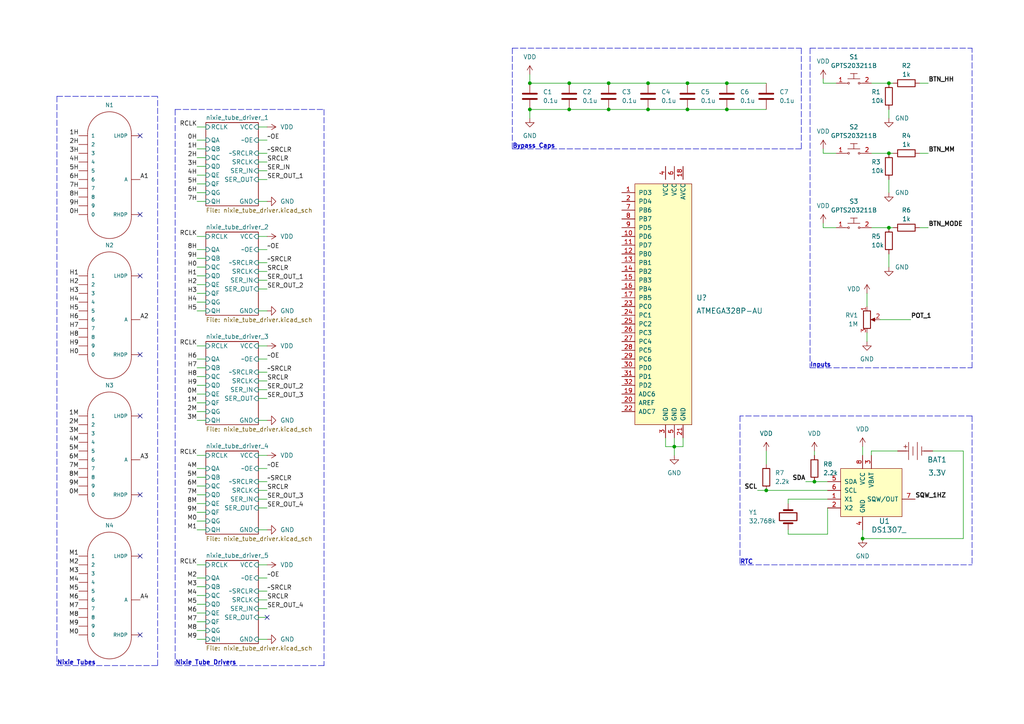
<source format=kicad_sch>
(kicad_sch (version 20211123) (generator eeschema)
  (paper "A4")
  (lib_symbols
    (symbol "Device:C" (pin_numbers hide) (pin_names (offset 0.254))
      (property "Reference" "C" (at 0.635 2.54 0))
      (property "Value" "C" (at 0.635 -2.54 0))
      (symbol "C_0_1"
        (polyline (pts (xy -2.032 -0.762) (xy 2.032 -0.762)) (stroke (width 0.508)))
        (polyline (pts (xy -2.032 0.762) (xy 2.032 0.762)) (stroke (width 0.508)))
      )
      (symbol "C_1_1"
        (pin passive line (at 0 3.81 270) (length 2.794) (name "~") (number "1"))
        (pin passive line (at 0 -3.81 90) (length 2.794) (name "~") (number "2"))
      )
    )
    (symbol "Device:Crystal" (pin_numbers hide) (pin_names (offset 1.016) hide)
      (property "Reference" "Y" (at 0 3.81 0))
      (property "Value" "Crystal" (at 0 -3.81 0))
      (symbol "Crystal_0_1"
        (rectangle (start -1.143 2.54) (end 1.143 -2.54) (stroke (width 0.3048)))
        (polyline (pts (xy -2.54 0) (xy -1.905 0)))
        (polyline (pts (xy -1.905 -1.27) (xy -1.905 1.27)) (stroke (width 0.508)))
        (polyline (pts (xy 1.905 -1.27) (xy 1.905 1.27)) (stroke (width 0.508)))
        (polyline (pts (xy 2.54 0) (xy 1.905 0)))
      )
      (symbol "Crystal_1_1"
        (pin passive line (at -3.81 0 0) (length 1.27) (name "1") (number "1"))
        (pin passive line (at 3.81 0 180) (length 1.27) (name "2") (number "2"))
      )
    )
    (symbol "Device:R" (pin_numbers hide) (pin_names (offset 0))
      (property "Reference" "R" (at 2.032 0 90))
      (property "Value" "R" (at 0 0 90))
      (symbol "R_0_1"
        (rectangle (start -1.016 -2.54) (end 1.016 2.54) (stroke (width 0.254)))
      )
      (symbol "R_1_1"
        (pin passive line (at 0 3.81 270) (length 1.27) (name "~") (number "1"))
        (pin passive line (at 0 -3.81 90) (length 1.27) (name "~") (number "2"))
      )
    )
    (symbol "Device:R_Potentiometer" (pin_names (offset 1.016) hide)
      (property "Reference" "RV" (at -4.445 0 90))
      (property "Value" "R_Potentiometer" (at -2.54 0 90))
      (symbol "R_Potentiometer_0_1"
        (polyline (pts (xy 2.54 0) (xy 1.524 0)))
        (polyline (pts (xy 1.143 0) (xy 2.286 0.508) (xy 2.286 -0.508) (xy 1.143 0)) (fill (type outline)))
        (rectangle (start 1.016 2.54) (end -1.016 -2.54) (stroke (width 0.254)))
      )
      (symbol "R_Potentiometer_1_1"
        (pin passive line (at 0 3.81 270) (length 1.27) (name "1") (number "1"))
        (pin passive line (at 3.81 0 180) (length 1.27) (name "2") (number "2"))
        (pin passive line (at 0 -3.81 90) (length 1.27) (name "3") (number "3"))
      )
    )
    (symbol "dk_Battery-Holders-Clips-Contacts:BS-7" (pin_numbers hide) (pin_names (offset 1.016))
      (property "Reference" "BAT" (at -1.27 3.81 0))
      (property "Value" "BS-7" (at -1.27 -3.81 0))
      (symbol "BS-7_1_1"
        (polyline (pts (xy 0 -2.54) (xy 0 -1.905)))
        (polyline (pts (xy 0 1.905) (xy 0 2.54)))
        (polyline (pts (xy 1.27 -1.905) (xy -1.27 -1.905)))
        (polyline (pts (xy 1.27 0.635) (xy -1.27 0.635)))
        (polyline (pts (xy 1.27 2.286) (xy 1.27 3.302)))
        (polyline (pts (xy 1.778 2.794) (xy 0.762 2.794)))
        (polyline (pts (xy 2.54 -0.635) (xy -2.54 -0.635)))
        (polyline (pts (xy 2.54 1.905) (xy -2.54 1.905)))
        (pin power_out line (at 0 -5.08 90) (length 2.54) (name "~") (number "Neg"))
        (pin power_out line (at 0 5.08 270) (length 2.54) (name "~") (number "Pos"))
      )
    )
    (symbol "dk_Clock-Timing-Real-Time-Clocks:DS1307_" (pin_names (offset 1.016))
      (property "Reference" "U" (at -8.89 7.62 0))
      (property "Value" "DS1307_" (at -1.27 -8.89 0))
      (symbol "DS1307__0_1"
        (rectangle (start -8.89 6.35) (end 8.89 -7.62) (fill (type background)))
      )
      (symbol "DS1307__1_1"
        (pin passive line (at -12.7 -2.54 0) (length 3.81) (name "X1") (number "1"))
        (pin passive line (at -12.7 -5.08 0) (length 3.81) (name "X2") (number "2"))
        (pin power_in line (at 0 10.16 270) (length 3.81) (name "VBAT") (number "3"))
        (pin power_in line (at -2.54 -11.43 90) (length 3.81) (name "GND") (number "4"))
        (pin bidirectional line (at -12.7 2.54 0) (length 3.81) (name "SDA") (number "5"))
        (pin input line (at -12.7 0 0) (length 3.81) (name "SCL") (number "6"))
        (pin output line (at 12.7 -2.54 180) (length 3.81) (name "SQW/OUT") (number "7"))
        (pin power_in line (at -2.54 10.16 270) (length 3.81) (name "VCC") (number "8"))
      )
    )
    (symbol "dk_Embedded-Microcontrollers:ATMEGA328P-AU" (pin_names (offset 1.016))
      (property "Reference" "U" (at -8.89 38.1 0))
      (property "Value" "ATMEGA328P-AU" (at 2.54 1.27 90))
      (symbol "ATMEGA328P-AU_0_1"
        (rectangle (start -8.89 35.56) (end 7.62 -34.29) (fill (type background)))
      )
      (symbol "ATMEGA328P-AU_1_1"
        (pin bidirectional line (at -12.7 33.02 0) (length 3.81) (name "PD3") (number "1"))
        (pin bidirectional line (at -12.7 20.32 0) (length 3.81) (name "PD6") (number "10"))
        (pin bidirectional line (at -12.7 17.78 0) (length 3.81) (name "PD7") (number "11"))
        (pin bidirectional line (at -12.7 15.24 0) (length 3.81) (name "PB0") (number "12"))
        (pin bidirectional line (at -12.7 12.7 0) (length 3.81) (name "PB1") (number "13"))
        (pin bidirectional line (at -12.7 10.16 0) (length 3.81) (name "PB2") (number "14"))
        (pin bidirectional line (at -12.7 7.62 0) (length 3.81) (name "PB3") (number "15"))
        (pin bidirectional line (at -12.7 5.08 0) (length 3.81) (name "PB4") (number "16"))
        (pin bidirectional line (at -12.7 2.54 0) (length 3.81) (name "PB5") (number "17"))
        (pin power_in line (at 5.08 40.64 270) (length 3.81) (name "AVCC") (number "18"))
        (pin input line (at -12.7 -25.4 0) (length 3.81) (name "ADC6") (number "19"))
        (pin bidirectional line (at -12.7 30.48 0) (length 3.81) (name "PD4") (number "2"))
        (pin input line (at -12.7 -27.94 0) (length 3.81) (name "AREF") (number "20"))
        (pin power_in line (at 5.08 -38.1 90) (length 3.81) (name "GND") (number "21"))
        (pin input line (at -12.7 -30.48 0) (length 3.81) (name "ADC7") (number "22"))
        (pin bidirectional line (at -12.7 0 0) (length 3.81) (name "PC0") (number "23"))
        (pin bidirectional line (at -12.7 -2.54 0) (length 3.81) (name "PC1") (number "24"))
        (pin bidirectional line (at -12.7 -5.08 0) (length 3.81) (name "PC2") (number "25"))
        (pin bidirectional line (at -12.7 -7.62 0) (length 3.81) (name "PC3") (number "26"))
        (pin bidirectional line (at -12.7 -10.16 0) (length 3.81) (name "PC4") (number "27"))
        (pin bidirectional line (at -12.7 -12.7 0) (length 3.81) (name "PC5") (number "28"))
        (pin bidirectional line (at -12.7 -15.24 0) (length 3.81) (name "PC6") (number "29"))
        (pin power_in line (at 0 -38.1 90) (length 3.81) (name "GND") (number "3"))
        (pin bidirectional line (at -12.7 -17.78 0) (length 3.81) (name "PD0") (number "30"))
        (pin bidirectional line (at -12.7 -20.32 0) (length 3.81) (name "PD1") (number "31"))
        (pin bidirectional line (at -12.7 -22.86 0) (length 3.81) (name "PD2") (number "32"))
        (pin power_in line (at 0 40.64 270) (length 3.81) (name "VCC") (number "4"))
        (pin power_in line (at 2.54 -38.1 90) (length 3.81) (name "GND") (number "5"))
        (pin power_in line (at 2.54 40.64 270) (length 3.81) (name "VCC") (number "6"))
        (pin bidirectional line (at -12.7 27.94 0) (length 3.81) (name "PB6") (number "7"))
        (pin bidirectional line (at -12.7 25.4 0) (length 3.81) (name "PB7") (number "8"))
        (pin bidirectional line (at -12.7 22.86 0) (length 3.81) (name "PD5") (number "9"))
      )
    )
    (symbol "dk_Pushbutton-Switches:GPTS203211B" (pin_names (offset 1.016))
      (property "Reference" "S" (at -3.81 3.81 0))
      (property "Value" "GPTS203211B" (at 0 -2.54 0))
      (symbol "GPTS203211B_0_1"
        (circle (center -1.524 0) (radius 0.254))
        (polyline (pts (xy -2.54 0) (xy -1.778 0)))
        (polyline (pts (xy -1.778 1.27) (xy 1.778 1.27)))
        (polyline (pts (xy -1.016 2.794) (xy 1.016 2.794)))
        (polyline (pts (xy 0 1.27) (xy 0 2.794)))
        (polyline (pts (xy 2.54 0) (xy 1.778 0)))
        (circle (center 1.524 0) (radius 0.254))
      )
      (symbol "GPTS203211B_1_1"
        (pin passive line (at -5.08 0 0) (length 2.54) (name "~") (number "1"))
        (pin passive line (at 5.08 0 180) (length 2.54) (name "~") (number "2"))
      )
    )
    (symbol "nixies-us:IN-14" (pin_numbers hide) (pin_names (offset 1.016))
      (property "Reference" "N" (at -2.54 18.415 0))
      (symbol "IN-14_1_0"
        (polyline (pts (xy -5.08 -13.335) (xy -5.08 10.795)))
        (polyline (pts (xy 7.62 -13.335) (xy 7.62 10.795)))
      )
      (symbol "IN-14_1_1"
        (arc (start -5.08 -13.335) (mid 1.27 -19.685) (end 7.62 -13.335))
        (arc (start 7.62 10.795) (mid 1.27 17.145) (end -5.08 10.795))
        (pin bidirectional line (at -7.62 -12.7 0) (length 2.54) (name "0") (number "0"))
        (pin bidirectional line (at -7.62 10.16 0) (length 2.54) (name "1") (number "1"))
        (pin bidirectional line (at -7.62 7.62 0) (length 2.54) (name "2") (number "2"))
        (pin bidirectional line (at -7.62 5.08 0) (length 2.54) (name "3") (number "3"))
        (pin bidirectional line (at -7.62 2.54 0) (length 2.54) (name "4") (number "4"))
        (pin bidirectional line (at -7.62 0 0) (length 2.54) (name "5") (number "5"))
        (pin bidirectional line (at -7.62 -2.54 0) (length 2.54) (name "6") (number "6"))
        (pin bidirectional line (at -7.62 -5.08 0) (length 2.54) (name "7") (number "7"))
        (pin bidirectional line (at -7.62 -7.62 0) (length 2.54) (name "8") (number "8"))
        (pin bidirectional line (at -7.62 -10.16 0) (length 2.54) (name "9") (number "9"))
        (pin bidirectional line (at 10.16 -2.54 180) (length 2.54) (name "A") (number "A"))
        (pin bidirectional line (at 10.16 10.16 180) (length 2.54) (name "LHDP") (number "LHDP"))
        (pin bidirectional line (at 10.16 -12.7 180) (length 2.54) (name "RHDP") (number "RHDP"))
      )
    )
    (symbol "power:GND" (power) (pin_names (offset 0))
      (property "Value" "GND" (at 0 -3.81 0))
      (symbol "GND_0_1"
        (polyline (pts (xy 0 0) (xy 0 -1.27) (xy 1.27 -1.27) (xy 0 -2.54) (xy -1.27 -1.27) (xy 0 -1.27)))
      )
      (symbol "GND_1_1"
        (pin power_in line (at 0 0 270) (length 0) hide (name "GND") (number "1"))
      )
    )
    (symbol "power:VDD" (power) (pin_names (offset 0))
      (property "Value" "VDD" (at 0 3.81 0))
      (symbol "VDD_0_1"
        (polyline (pts (xy -0.762 1.27) (xy 0 2.54)))
        (polyline (pts (xy 0 0) (xy 0 2.54)))
        (polyline (pts (xy 0 2.54) (xy 0.762 1.27)))
      )
      (symbol "VDD_1_1"
        (pin power_in line (at 0 0 90) (length 0) hide (name "VDD") (number "1"))
      )
    )
  )
  (junction (at 176.53 24.13))
  (junction (at 199.39 31.75))
  (junction (at 153.67 24.13))
  (junction (at 222.25 142.24))
  (junction (at 195.58 129.54))
  (junction (at 257.81 44.45))
  (junction (at 257.81 24.13))
  (junction (at 210.82 24.13))
  (junction (at 210.82 31.75))
  (junction (at 257.81 66.04))
  (junction (at 236.22 139.7))
  (junction (at 165.1 24.13))
  (junction (at 250.19 156.21))
  (junction (at 187.96 24.13))
  (junction (at 165.1 31.75))
  (junction (at 153.67 31.75))
  (junction (at 187.96 31.75))
  (junction (at 199.39 24.13))
  (junction (at 176.53 31.75))
  (no_connect (at 77.47 179.07))
  (no_connect (at 40.64 102.87))
  (no_connect (at 40.64 120.65))
  (no_connect (at 40.64 80.01))
  (no_connect (at 40.64 62.23))
  (no_connect (at 40.64 39.37))
  (no_connect (at 40.64 143.51))
  (no_connect (at 40.64 184.15))
  (no_connect (at 40.64 161.29))
  (wire (pts (xy 74.93 132.08) (xy 77.47 132.08)))
  (wire (pts (xy 210.82 31.75) (xy 222.25 31.75)))
  (wire (pts (xy 187.96 24.13) (xy 199.39 24.13)))
  (wire (pts (xy 74.93 40.64) (xy 77.47 40.64)))
  (wire (pts (xy 176.53 31.75) (xy 187.96 31.75)))
  (wire (pts (xy 195.58 129.54) (xy 195.58 132.08)))
  (polyline (pts (xy 148.59 13.97) (xy 232.41 13.97)))
  (wire (pts (xy 74.93 100.33) (xy 77.47 100.33)))
  (wire (pts (xy 57.15 68.58) (xy 59.69 68.58)))
  (wire (pts (xy 266.7 66.04) (xy 269.24 66.04)))
  (wire (pts (xy 252.73 66.04) (xy 257.81 66.04)))
  (wire (pts (xy 57.15 135.89) (xy 59.69 135.89)))
  (wire (pts (xy 252.73 130.81) (xy 252.73 132.08)))
  (polyline (pts (xy 93.98 193.04) (xy 50.8 193.04)))
  (wire (pts (xy 74.93 72.39) (xy 77.47 72.39)))
  (wire (pts (xy 57.15 55.88) (xy 59.69 55.88)))
  (wire (pts (xy 57.15 40.64) (xy 59.69 40.64)))
  (wire (pts (xy 74.93 68.58) (xy 77.47 68.58)))
  (wire (pts (xy 195.58 129.54) (xy 198.12 129.54)))
  (wire (pts (xy 74.93 173.99) (xy 77.47 173.99)))
  (wire (pts (xy 57.15 185.42) (xy 59.69 185.42)))
  (wire (pts (xy 251.46 85.09) (xy 251.46 88.9)))
  (wire (pts (xy 74.93 121.92) (xy 77.47 121.92)))
  (wire (pts (xy 257.81 73.66) (xy 257.81 77.47)))
  (wire (pts (xy 57.15 109.22) (xy 59.69 109.22)))
  (wire (pts (xy 259.08 66.04) (xy 257.81 66.04)))
  (wire (pts (xy 57.15 146.05) (xy 59.69 146.05)))
  (wire (pts (xy 250.19 153.67) (xy 250.19 156.21)))
  (wire (pts (xy 74.93 167.64) (xy 77.47 167.64)))
  (wire (pts (xy 238.76 24.13) (xy 242.57 24.13)))
  (wire (pts (xy 57.15 58.42) (xy 59.69 58.42)))
  (wire (pts (xy 57.15 106.68) (xy 59.69 106.68)))
  (wire (pts (xy 251.46 96.52) (xy 251.46 99.06)))
  (wire (pts (xy 57.15 170.18) (xy 59.69 170.18)))
  (wire (pts (xy 266.7 44.45) (xy 269.24 44.45)))
  (polyline (pts (xy 234.95 13.97) (xy 234.95 106.68)))
  (wire (pts (xy 153.67 21.59) (xy 153.67 24.13)))
  (polyline (pts (xy 16.51 27.94) (xy 16.51 193.04)))
  (wire (pts (xy 57.15 36.83) (xy 59.69 36.83)))
  (polyline (pts (xy 50.8 31.75) (xy 50.8 193.04)))
  (wire (pts (xy 260.35 130.81) (xy 252.73 130.81)))
  (wire (pts (xy 74.93 104.14) (xy 77.47 104.14)))
  (wire (pts (xy 74.93 139.7) (xy 77.47 139.7)))
  (wire (pts (xy 279.4 156.21) (xy 279.4 130.81)))
  (wire (pts (xy 153.67 31.75) (xy 153.67 34.29)))
  (wire (pts (xy 57.15 77.47) (xy 59.69 77.47)))
  (wire (pts (xy 74.93 78.74) (xy 77.47 78.74)))
  (wire (pts (xy 57.15 175.26) (xy 59.69 175.26)))
  (wire (pts (xy 74.93 176.53) (xy 77.47 176.53)))
  (wire (pts (xy 257.81 52.07) (xy 257.81 55.88)))
  (wire (pts (xy 57.15 180.34) (xy 59.69 180.34)))
  (wire (pts (xy 57.15 82.55) (xy 59.69 82.55)))
  (wire (pts (xy 257.81 31.75) (xy 257.81 34.29)))
  (wire (pts (xy 74.93 46.99) (xy 77.47 46.99)))
  (wire (pts (xy 250.19 156.21) (xy 279.4 156.21)))
  (wire (pts (xy 57.15 53.34) (xy 59.69 53.34)))
  (wire (pts (xy 240.03 154.94) (xy 240.03 147.32)))
  (wire (pts (xy 57.15 116.84) (xy 59.69 116.84)))
  (wire (pts (xy 74.93 81.28) (xy 77.47 81.28)))
  (wire (pts (xy 198.12 129.54) (xy 198.12 127)))
  (wire (pts (xy 266.7 24.13) (xy 269.24 24.13)))
  (wire (pts (xy 74.93 171.45) (xy 77.47 171.45)))
  (wire (pts (xy 74.93 44.45) (xy 77.47 44.45)))
  (wire (pts (xy 238.76 22.86) (xy 238.76 24.13)))
  (wire (pts (xy 228.6 153.67) (xy 228.6 154.94)))
  (wire (pts (xy 74.93 144.78) (xy 77.47 144.78)))
  (polyline (pts (xy 16.51 27.94) (xy 45.72 27.94)))
  (wire (pts (xy 57.15 140.97) (xy 59.69 140.97)))
  (wire (pts (xy 57.15 74.93) (xy 59.69 74.93)))
  (wire (pts (xy 74.93 113.03) (xy 77.47 113.03)))
  (wire (pts (xy 57.15 50.8) (xy 59.69 50.8)))
  (wire (pts (xy 199.39 24.13) (xy 210.82 24.13)))
  (wire (pts (xy 250.19 129.54) (xy 250.19 132.08)))
  (wire (pts (xy 57.15 132.08) (xy 59.69 132.08)))
  (wire (pts (xy 222.25 130.81) (xy 222.25 134.62)))
  (wire (pts (xy 228.6 146.05) (xy 228.6 144.78)))
  (wire (pts (xy 74.93 36.83) (xy 77.47 36.83)))
  (wire (pts (xy 74.93 163.83) (xy 77.47 163.83)))
  (wire (pts (xy 57.15 100.33) (xy 59.69 100.33)))
  (wire (pts (xy 57.15 167.64) (xy 59.69 167.64)))
  (wire (pts (xy 57.15 90.17) (xy 59.69 90.17)))
  (wire (pts (xy 57.15 151.13) (xy 59.69 151.13)))
  (wire (pts (xy 74.93 153.67) (xy 77.47 153.67)))
  (wire (pts (xy 57.15 121.92) (xy 59.69 121.92)))
  (wire (pts (xy 57.15 163.83) (xy 59.69 163.83)))
  (wire (pts (xy 57.15 85.09) (xy 59.69 85.09)))
  (wire (pts (xy 233.68 139.7) (xy 236.22 139.7)))
  (wire (pts (xy 57.15 80.01) (xy 59.69 80.01)))
  (wire (pts (xy 193.04 129.54) (xy 195.58 129.54)))
  (wire (pts (xy 57.15 72.39) (xy 59.69 72.39)))
  (polyline (pts (xy 281.94 120.65) (xy 281.94 163.83)))
  (wire (pts (xy 57.15 104.14) (xy 59.69 104.14)))
  (wire (pts (xy 252.73 44.45) (xy 257.81 44.45)))
  (polyline (pts (xy 50.8 31.75) (xy 93.98 31.75)))
  (wire (pts (xy 57.15 143.51) (xy 59.69 143.51)))
  (wire (pts (xy 228.6 144.78) (xy 240.03 144.78)))
  (wire (pts (xy 57.15 87.63) (xy 59.69 87.63)))
  (wire (pts (xy 238.76 44.45) (xy 242.57 44.45)))
  (wire (pts (xy 74.93 185.42) (xy 77.47 185.42)))
  (wire (pts (xy 57.15 111.76) (xy 59.69 111.76)))
  (wire (pts (xy 74.93 135.89) (xy 77.47 135.89)))
  (wire (pts (xy 57.15 182.88) (xy 59.69 182.88)))
  (wire (pts (xy 57.15 153.67) (xy 59.69 153.67)))
  (polyline (pts (xy 214.63 120.65) (xy 214.63 163.83)))
  (polyline (pts (xy 232.41 43.18) (xy 148.59 43.18)))
  (wire (pts (xy 252.73 24.13) (xy 257.81 24.13)))
  (polyline (pts (xy 93.98 31.75) (xy 93.98 193.04)))
  (wire (pts (xy 57.15 48.26) (xy 59.69 48.26)))
  (polyline (pts (xy 234.95 106.68) (xy 281.94 106.68)))
  (wire (pts (xy 57.15 172.72) (xy 59.69 172.72)))
  (wire (pts (xy 74.93 110.49) (xy 77.47 110.49)))
  (wire (pts (xy 74.93 107.95) (xy 77.47 107.95)))
  (wire (pts (xy 238.76 43.18) (xy 238.76 44.45)))
  (polyline (pts (xy 234.95 13.97) (xy 281.94 13.97)))
  (wire (pts (xy 165.1 24.13) (xy 176.53 24.13)))
  (wire (pts (xy 219.71 142.24) (xy 222.25 142.24)))
  (wire (pts (xy 57.15 138.43) (xy 59.69 138.43)))
  (wire (pts (xy 195.58 127) (xy 195.58 129.54)))
  (wire (pts (xy 57.15 45.72) (xy 59.69 45.72)))
  (wire (pts (xy 74.93 58.42) (xy 77.47 58.42)))
  (polyline (pts (xy 148.59 13.97) (xy 148.59 43.18)))
  (polyline (pts (xy 16.51 193.04) (xy 45.72 193.04)))
  (wire (pts (xy 238.76 64.77) (xy 238.76 66.04)))
  (wire (pts (xy 153.67 31.75) (xy 165.1 31.75)))
  (wire (pts (xy 238.76 66.04) (xy 242.57 66.04)))
  (wire (pts (xy 165.1 31.75) (xy 176.53 31.75)))
  (wire (pts (xy 176.53 24.13) (xy 187.96 24.13)))
  (wire (pts (xy 259.08 44.45) (xy 257.81 44.45)))
  (polyline (pts (xy 45.72 193.04) (xy 45.72 27.94)))
  (polyline (pts (xy 281.94 106.68) (xy 281.94 13.97)))
  (polyline (pts (xy 281.94 120.65) (xy 214.63 120.65)))
  (wire (pts (xy 187.96 31.75) (xy 199.39 31.75)))
  (wire (pts (xy 74.93 76.2) (xy 77.47 76.2)))
  (wire (pts (xy 57.15 43.18) (xy 59.69 43.18)))
  (wire (pts (xy 74.93 179.07) (xy 77.47 179.07)))
  (wire (pts (xy 279.4 130.81) (xy 270.51 130.81)))
  (polyline (pts (xy 214.63 163.83) (xy 281.94 163.83)))
  (wire (pts (xy 199.39 31.75) (xy 210.82 31.75)))
  (wire (pts (xy 57.15 119.38) (xy 59.69 119.38)))
  (wire (pts (xy 193.04 127) (xy 193.04 129.54)))
  (wire (pts (xy 57.15 148.59) (xy 59.69 148.59)))
  (wire (pts (xy 74.93 147.32) (xy 77.47 147.32)))
  (wire (pts (xy 74.93 52.07) (xy 77.47 52.07)))
  (wire (pts (xy 57.15 177.8) (xy 59.69 177.8)))
  (wire (pts (xy 222.25 142.24) (xy 240.03 142.24)))
  (wire (pts (xy 74.93 115.57) (xy 77.47 115.57)))
  (wire (pts (xy 236.22 130.81) (xy 236.22 132.08)))
  (wire (pts (xy 210.82 24.13) (xy 222.25 24.13)))
  (wire (pts (xy 74.93 142.24) (xy 77.47 142.24)))
  (wire (pts (xy 259.08 24.13) (xy 257.81 24.13)))
  (polyline (pts (xy 232.41 13.97) (xy 232.41 43.18)))
  (wire (pts (xy 74.93 90.17) (xy 77.47 90.17)))
  (wire (pts (xy 236.22 139.7) (xy 240.03 139.7)))
  (wire (pts (xy 153.67 24.13) (xy 165.1 24.13)))
  (wire (pts (xy 228.6 154.94) (xy 240.03 154.94)))
  (wire (pts (xy 57.15 114.3) (xy 59.69 114.3)))
  (wire (pts (xy 74.93 49.53) (xy 77.47 49.53)))
  (wire (pts (xy 255.27 92.71) (xy 264.16 92.71)))
  (wire (pts (xy 74.93 83.82) (xy 77.47 83.82)))
  (text "Inputs" (at 234.95 106.68 0) (effects (font (size 1.27 1.27) bold) (justify left bottom)))
  (text "Nixie Tubes" (at 16.51 193.04 0) (effects (font (size 1.27 1.27) (thickness 0.254) bold) (justify left bottom)))
  (text "Bypass Caps" (at 148.59 43.18 0) (effects (font (size 1.27 1.27) (thickness 0.254) bold) (justify left bottom)))
  (text "RTC" (at 214.63 163.83 0) (effects (font (size 1.27 1.27) (thickness 0.254) bold) (justify left bottom)))
  (text "Nixie Tube Drivers" (at 50.8 193.04 0) (effects (font (size 1.27 1.27) (thickness 0.254) bold) (justify left bottom)))
  (label "SRCLR" (at 77.47 78.74 0))
  (label "6M" (at 57.15 140.97 180))
  (label "5M" (at 22.86 130.81 180))
  (label "~OE" (at 77.47 167.64 0))
  (label "M1" (at 22.86 161.29 180))
  (label "SER_OUT_1" (at 77.47 52.07 0))
  (label "M2" (at 57.15 167.64 180))
  (label "A3" (at 40.64 133.35 0))
  (label "A4" (at 40.64 173.99 0))
  (label "SCL" (at 219.71 142.24 180) (effects (font bold)))
  (label "H1" (at 22.86 80.01 180))
  (label "SRCLR" (at 77.47 110.49 0))
  (label "7M" (at 22.86 135.89 180))
  (label "2M" (at 22.86 123.19 180))
  (label "M7" (at 57.15 180.34 180))
  (label "H5" (at 22.86 90.17 180))
  (label "5H" (at 22.86 49.53 180))
  (label "SER_OUT_3" (at 77.47 115.57 0))
  (label "2M" (at 57.15 119.38 180))
  (label "RCLK" (at 57.15 163.83 180))
  (label "5H" (at 57.15 53.34 180))
  (label "~OE" (at 77.47 104.14 0))
  (label "M9" (at 57.15 185.42 180))
  (label "M1" (at 57.15 153.67 180))
  (label "H1" (at 57.15 80.01 180))
  (label "9H" (at 22.86 59.69 180))
  (label "0H" (at 22.86 62.23 180))
  (label "4H" (at 57.15 50.8 180))
  (label "SDA" (at 233.68 139.7 180) (effects (font bold)))
  (label "RCLK" (at 57.15 68.58 180))
  (label "~SRCLR" (at 77.47 139.7 0))
  (label "H8" (at 22.86 97.79 180))
  (label "~SRCLR" (at 77.47 171.45 0))
  (label "BTN_MM" (at 269.24 44.45 0) (effects (font bold)))
  (label "9M" (at 22.86 140.97 180))
  (label "~OE" (at 77.47 135.89 0))
  (label "SRCLR" (at 77.47 173.99 0))
  (label "M5" (at 22.86 171.45 180))
  (label "6H" (at 22.86 52.07 180))
  (label "H6" (at 57.15 104.14 180))
  (label "~SRCLR" (at 77.47 44.45 0))
  (label "H4" (at 22.86 87.63 180))
  (label "~SRCLR" (at 77.47 76.2 0))
  (label "H7" (at 22.86 95.25 180))
  (label "SRCLR" (at 77.47 46.99 0))
  (label "M5" (at 57.15 175.26 180))
  (label "8M" (at 57.15 146.05 180))
  (label "H9" (at 57.15 111.76 180))
  (label "M4" (at 22.86 168.91 180))
  (label "2H" (at 22.86 41.91 180))
  (label "7H" (at 57.15 58.42 180))
  (label "9H" (at 57.15 74.93 180))
  (label "0M" (at 22.86 143.51 180))
  (label "SRCLR" (at 77.47 142.24 0))
  (label "6M" (at 22.86 133.35 180))
  (label "8H" (at 22.86 57.15 180))
  (label "8H" (at 57.15 72.39 180))
  (label "M6" (at 57.15 177.8 180))
  (label "A1" (at 40.64 52.07 0))
  (label "4H" (at 22.86 46.99 180))
  (label "3H" (at 22.86 44.45 180))
  (label "H4" (at 57.15 87.63 180))
  (label "H0" (at 57.15 77.47 180))
  (label "SER_OUT_1" (at 77.47 81.28 0))
  (label "~SRCLR" (at 77.47 107.95 0))
  (label "7M" (at 57.15 143.51 180))
  (label "H0" (at 22.86 102.87 180))
  (label "5M" (at 57.15 138.43 180))
  (label "M0" (at 57.15 151.13 180))
  (label "M3" (at 57.15 170.18 180))
  (label "8M" (at 22.86 138.43 180))
  (label "M8" (at 57.15 182.88 180))
  (label "H3" (at 57.15 85.09 180))
  (label "RCLK" (at 57.15 100.33 180))
  (label "M8" (at 22.86 179.07 180))
  (label "9M" (at 57.15 148.59 180))
  (label "SER_OUT_2" (at 77.47 83.82 0))
  (label "M3" (at 22.86 166.37 180))
  (label "H8" (at 57.15 109.22 180))
  (label "SER_IN" (at 77.47 49.53 0))
  (label "H6" (at 22.86 92.71 180))
  (label "H5" (at 57.15 90.17 180))
  (label "M4" (at 57.15 172.72 180))
  (label "0H" (at 57.15 40.64 180))
  (label "3M" (at 57.15 121.92 180))
  (label "1H" (at 22.86 39.37 180))
  (label "BTN_MODE" (at 269.24 66.04 0) (effects (font bold)))
  (label "1H" (at 57.15 43.18 180))
  (label "M7" (at 22.86 176.53 180))
  (label "3M" (at 22.86 125.73 180))
  (label "RCLK" (at 57.15 132.08 180))
  (label "H2" (at 57.15 82.55 180))
  (label "H3" (at 22.86 85.09 180))
  (label "3H" (at 57.15 48.26 180))
  (label "M6" (at 22.86 173.99 180))
  (label "2H" (at 57.15 45.72 180))
  (label "SER_OUT_4" (at 77.47 147.32 0))
  (label "SER_OUT_3" (at 77.47 144.78 0))
  (label "H2" (at 22.86 82.55 180))
  (label "1M" (at 22.86 120.65 180))
  (label "H7" (at 57.15 106.68 180))
  (label "7H" (at 22.86 54.61 180))
  (label "4M" (at 57.15 135.89 180))
  (label "BTN_HH" (at 269.24 24.13 0) (effects (font bold)))
  (label "1M" (at 57.15 116.84 180))
  (label "M9" (at 22.86 181.61 180))
  (label "H9" (at 22.86 100.33 180))
  (label "4M" (at 22.86 128.27 180))
  (label "POT_1" (at 264.16 92.71 0) (effects (font bold)))
  (label "~OE" (at 77.47 72.39 0))
  (label "SER_OUT_2" (at 77.47 113.03 0))
  (label "M0" (at 22.86 184.15 180))
  (label "A2" (at 40.64 92.71 0))
  (label "0M" (at 57.15 114.3 180))
  (label "SER_OUT_4" (at 77.47 176.53 0))
  (label "M2" (at 22.86 163.83 180))
  (label "RCLK" (at 57.15 36.83 180))
  (label "SQW_1HZ" (at 265.43 144.78 0) (effects (font bold)))
  (label "~OE" (at 77.47 40.64 0))
  (label "6H" (at 57.15 55.88 180))
  (symbol (lib_id "power:VDD") (at 153.67 21.59 0) (unit 1)
    (property "Reference" "#PWR?" (effects hide))
    (property "Value" "VDD" (at 153.67 16.51 0))
  )
  (symbol (lib_id "Device:R") (at 257.81 48.26 0) (unit 1)
    (property "Reference" "R3" (at 252.73 46.99 0) (effects (justify left)))
    (property "Value" "10k" (at 252.73 49.53 0) (effects (justify left)))
  )
  (symbol (lib_id "power:VDD") (at 77.47 36.83 270) (unit 1)
    (property "Reference" "#PWR?" (effects hide))
    (property "Value" "VDD" (at 81.28 36.8299 90) (effects (justify left)))
  )
  (symbol (lib_id "nixies-us:IN-14") (at 30.48 171.45 0) (unit 1)
    (property "Reference" "N4" (at 31.75 152.4 0) (effects (font (size 1.143 1.143))))
    (property "Value" "IN-14" (effects hide))
    (property "Footprint" "nixies-us_IN-14" (effects hide))
  )
  (symbol (lib_id "dk_Embedded-Microcontrollers:ATMEGA328P-AU") (at 193.04 88.9 0) (unit 1)
    (property "Reference" "U?" (at 201.93 86.36 0) (effects (font (size 1.524 1.524)) (justify left)))
    (property "Value" "ATMEGA328P-AU" (at 201.93 90.17 0) (effects (font (size 1.524 1.524)) (justify left)))
    (property "Footprint" "digikey-footprints:TQFP-32_7x7mm" (effects hide))
    (property "Datasheet" "http://www.microchip.com/mymicrochip/filehandler.aspx?ddocname=en608326" (effects hide))
    (property "Digi-Key_PN" "ATMEGA328P-AU-ND" (effects hide))
    (property "MPN" "ATMEGA328P-AU" (effects hide))
    (property "Category" "Integrated Circuits (ICs)" (effects hide))
    (property "Family" "Embedded - Microcontrollers" (effects hide))
    (property "DK_Datasheet_Link" "http://www.microchip.com/mymicrochip/filehandler.aspx?ddocname=en608326" (effects hide))
    (property "DK_Detail_Page" "/product-detail/en/microchip-technology/ATMEGA328P-AU/ATMEGA328P-AU-ND/1832260" (effects hide))
    (property "Description" "IC MCU 8BIT 32KB FLASH 32TQFP" (effects hide))
    (property "Manufacturer" "Microchip Technology" (effects hide))
    (property "Status" "Active" (effects hide))
  )
  (symbol (lib_id "power:GND") (at 77.47 90.17 90) (unit 1)
    (property "Reference" "#PWR?" (effects hide))
    (property "Value" "GND" (at 81.28 90.1699 90) (effects (justify right)))
  )
  (symbol (lib_id "dk_Pushbutton-Switches:GPTS203211B") (at 247.65 66.04 0) (unit 1)
    (property "Reference" "S3" (at 247.65 58.42 0))
    (property "Value" "GPTS203211B" (at 247.65 60.96 0))
    (property "Footprint" "digikey-footprints:PushButton_12x12mm_THT_GPTS203211B" (effects hide))
    (property "Datasheet" "http://switches-connectors-custom.cwind.com/Asset/GPTS203211BR2.pdf" (effects hide))
    (property "Digi-Key_PN" "CW181-ND" (effects hide))
    (property "MPN" "GPTS203211B" (effects hide))
    (property "Category" "Switches" (effects hide))
    (property "Family" "Pushbutton Switches" (effects hide))
    (property "DK_Datasheet_Link" "http://switches-connectors-custom.cwind.com/Asset/GPTS203211BR2.pdf" (effects hide))
    (property "DK_Detail_Page" "/product-detail/en/cw-industries/GPTS203211B/CW181-ND/3190590" (effects hide))
    (property "Description" "SWITCH PUSHBUTTON SPST 1A 30V" (effects hide))
    (property "Manufacturer" "CW Industries" (effects hide))
    (property "Status" "Active" (effects hide))
  )
  (symbol (lib_id "power:VDD") (at 77.47 163.83 270) (unit 1)
    (property "Reference" "#PWR?" (effects hide))
    (property "Value" "VDD" (at 81.28 163.8299 90) (effects (justify left)))
  )
  (symbol (lib_id "power:VDD") (at 77.47 100.33 270) (unit 1)
    (property "Reference" "#PWR?" (effects hide))
    (property "Value" "VDD" (at 81.28 100.3299 90) (effects (justify left)))
  )
  (symbol (lib_id "Device:R") (at 236.22 135.89 0) (unit 1)
    (property "Reference" "R8" (at 238.76 134.6199 0) (effects (justify left)))
    (property "Value" "2.2k" (at 238.76 137.1599 0) (effects (justify left)))
  )
  (symbol (lib_id "Device:R") (at 257.81 69.85 0) (unit 1)
    (property "Reference" "R5" (at 252.73 68.58 0) (effects (justify left)))
    (property "Value" "10k" (at 252.73 71.12 0) (effects (justify left)))
  )
  (symbol (lib_id "power:VDD") (at 238.76 22.86 0) (unit 1)
    (property "Reference" "#PWR?" (effects hide))
    (property "Value" "VDD" (at 238.76 17.78 0))
  )
  (symbol (lib_id "Device:C") (at 153.67 27.94 0) (unit 1)
    (property "Reference" "C1" (at 157.48 26.6699 0) (effects (justify left)))
    (property "Value" "0.1u" (at 157.48 29.2099 0) (effects (justify left)))
  )
  (symbol (lib_id "nixies-us:IN-14") (at 30.48 130.81 0) (unit 1)
    (property "Reference" "N3" (at 31.75 111.76 0) (effects (font (size 1.143 1.143))))
    (property "Value" "IN-14" (effects hide))
    (property "Footprint" "nixies-us_IN-14" (effects hide))
  )
  (symbol (lib_id "Device:R") (at 222.25 138.43 0) (unit 1)
    (property "Reference" "R7" (at 224.79 137.1599 0) (effects (justify left)))
    (property "Value" "2.2k" (at 224.79 139.6999 0) (effects (justify left)))
  )
  (symbol (lib_id "power:GND") (at 77.47 185.42 90) (unit 1)
    (property "Reference" "#PWR?" (effects hide))
    (property "Value" "GND" (at 81.28 185.4199 90) (effects (justify right)))
  )
  (symbol (lib_id "Device:C") (at 187.96 27.94 0) (unit 1)
    (property "Reference" "C4" (at 191.77 26.6699 0) (effects (justify left)))
    (property "Value" "0.1u" (at 191.77 29.2099 0) (effects (justify left)))
  )
  (symbol (lib_id "power:GND") (at 257.81 34.29 0) (unit 1)
    (property "Reference" "#PWR?" (effects hide))
    (property "Value" "GND" (at 261.62 34.29 0))
  )
  (symbol (lib_id "power:VDD") (at 238.76 43.18 0) (unit 1)
    (property "Reference" "#PWR?" (effects hide))
    (property "Value" "VDD" (at 238.76 38.1 0))
  )
  (symbol (lib_id "power:GND") (at 251.46 99.06 0) (unit 1)
    (property "Reference" "#PWR?" (effects hide))
    (property "Value" "GND" (at 251.46 104.14 0))
  )
  (symbol (lib_id "dk_Pushbutton-Switches:GPTS203211B") (at 247.65 44.45 0) (unit 1)
    (property "Reference" "S2" (at 247.65 36.83 0))
    (property "Value" "GPTS203211B" (at 247.65 39.37 0))
    (property "Footprint" "digikey-footprints:PushButton_12x12mm_THT_GPTS203211B" (effects hide))
    (property "Datasheet" "http://switches-connectors-custom.cwind.com/Asset/GPTS203211BR2.pdf" (effects hide))
    (property "Digi-Key_PN" "CW181-ND" (effects hide))
    (property "MPN" "GPTS203211B" (effects hide))
    (property "Category" "Switches" (effects hide))
    (property "Family" "Pushbutton Switches" (effects hide))
    (property "DK_Datasheet_Link" "http://switches-connectors-custom.cwind.com/Asset/GPTS203211BR2.pdf" (effects hide))
    (property "DK_Detail_Page" "/product-detail/en/cw-industries/GPTS203211B/CW181-ND/3190590" (effects hide))
    (property "Description" "SWITCH PUSHBUTTON SPST 1A 30V" (effects hide))
    (property "Manufacturer" "CW Industries" (effects hide))
    (property "Status" "Active" (effects hide))
  )
  (symbol (lib_id "power:GND") (at 257.81 77.47 0) (unit 1)
    (property "Reference" "#PWR?" (effects hide))
    (property "Value" "GND" (at 261.62 77.47 0))
  )
  (symbol (lib_id "power:VDD") (at 77.47 132.08 270) (unit 1)
    (property "Reference" "#PWR?" (effects hide))
    (property "Value" "VDD" (at 81.28 132.0799 90) (effects (justify left)))
  )
  (symbol (lib_id "power:GND") (at 77.47 121.92 90) (unit 1)
    (property "Reference" "#PWR?" (effects hide))
    (property "Value" "GND" (at 81.28 121.9199 90) (effects (justify right)))
  )
  (symbol (lib_id "dk_Pushbutton-Switches:GPTS203211B") (at 247.65 24.13 0) (unit 1)
    (property "Reference" "S1" (at 247.65 16.51 0))
    (property "Value" "GPTS203211B" (at 247.65 19.05 0))
    (property "Footprint" "digikey-footprints:PushButton_12x12mm_THT_GPTS203211B" (effects hide))
    (property "Datasheet" "http://switches-connectors-custom.cwind.com/Asset/GPTS203211BR2.pdf" (effects hide))
    (property "Digi-Key_PN" "CW181-ND" (effects hide))
    (property "MPN" "GPTS203211B" (effects hide))
    (property "Category" "Switches" (effects hide))
    (property "Family" "Pushbutton Switches" (effects hide))
    (property "DK_Datasheet_Link" "http://switches-connectors-custom.cwind.com/Asset/GPTS203211BR2.pdf" (effects hide))
    (property "DK_Detail_Page" "/product-detail/en/cw-industries/GPTS203211B/CW181-ND/3190590" (effects hide))
    (property "Description" "SWITCH PUSHBUTTON SPST 1A 30V" (effects hide))
    (property "Manufacturer" "CW Industries" (effects hide))
    (property "Status" "Active" (effects hide))
  )
  (symbol (lib_id "Device:R") (at 262.89 44.45 90) (unit 1)
    (property "Reference" "R4" (at 262.89 39.37 90))
    (property "Value" "1k" (at 262.89 41.91 90))
  )
  (symbol (lib_id "power:GND") (at 250.19 156.21 0) (unit 1)
    (property "Reference" "#PWR?" (effects hide))
    (property "Value" "GND" (at 250.19 161.29 0))
  )
  (symbol (lib_id "Device:C") (at 222.25 27.94 0) (unit 1)
    (property "Reference" "C7" (at 226.06 26.6699 0) (effects (justify left)))
    (property "Value" "0.1u" (at 226.06 29.2099 0) (effects (justify left)))
  )
  (symbol (lib_id "power:GND") (at 195.58 132.08 0) (unit 1)
    (property "Reference" "#PWR?" (effects hide))
    (property "Value" "GND" (at 195.58 137.16 0))
  )
  (symbol (lib_id "power:GND") (at 257.81 55.88 0) (unit 1)
    (property "Reference" "#PWR?" (effects hide))
    (property "Value" "GND" (at 261.62 55.88 0))
  )
  (symbol (lib_id "power:VDD") (at 236.22 130.81 0) (unit 1)
    (property "Reference" "#PWR?" (effects hide))
    (property "Value" "VDD" (at 236.22 125.73 0))
  )
  (symbol (lib_id "power:GND") (at 153.67 34.29 0) (unit 1)
    (property "Reference" "#PWR?" (effects hide))
    (property "Value" "GND" (at 153.67 39.37 0))
  )
  (symbol (lib_id "dk_Battery-Holders-Clips-Contacts:BS-7") (at 265.43 130.81 90) (unit 1)
    (property "Reference" "BAT1" (at 271.78 133.35 90) (effects (font (size 1.524 1.524))))
    (property "Value" "3.3V" (at 271.78 137.16 90) (effects (font (size 1.524 1.524))))
    (property "Footprint" "digikey-footprints:Battery_Holder_Coin_2032_BS-7" (effects hide))
    (property "Datasheet" "http://www.memoryprotectiondevices.com/datasheets/BS-7-datasheet.pdf" (effects hide))
    (property "Digi-Key_PN" "BS-7-ND" (effects hide))
    (property "MPN" "BS-7" (effects hide))
    (property "Category" "Battery Products" (effects hide))
    (property "Family" "Battery Holders, Clips, Contacts" (effects hide))
    (property "DK_Datasheet_Link" "http://www.memoryprotectiondevices.com/datasheets/BS-7-datasheet.pdf" (effects hide))
    (property "DK_Detail_Page" "/product-detail/en/mpd-memory-protection-devices/BS-7/BS-7-ND/389447" (effects hide))
    (property "Description" "BATTERY HOLDER COIN 20MM PC PIN" (effects hide))
    (property "Manufacturer" "MPD (Memory Protection Devices)" (effects hide))
    (property "Status" "Active" (effects hide))
  )
  (symbol (lib_id "nixies-us:IN-14") (at 30.48 49.53 0) (unit 1)
    (property "Reference" "N1" (at 31.75 30.48 0) (effects (font (size 1.143 1.143))))
    (property "Value" "IN-14" (effects hide))
    (property "Footprint" "nixies-us_IN-14" (effects hide))
  )
  (symbol (lib_id "power:VDD") (at 251.46 85.09 0) (unit 1)
    (property "Reference" "#PWR?" (effects hide))
    (property "Value" "VDD" (at 247.65 83.82 0))
  )
  (symbol (lib_id "power:VDD") (at 250.19 129.54 0) (unit 1)
    (property "Reference" "#PWR?" (effects hide))
    (property "Value" "VDD" (at 250.19 124.46 0))
  )
  (symbol (lib_id "Device:R") (at 262.89 66.04 90) (unit 1)
    (property "Reference" "R6" (at 262.89 60.96 90))
    (property "Value" "1k" (at 262.89 63.5 90))
  )
  (symbol (lib_id "Device:R") (at 262.89 24.13 90) (unit 1)
    (property "Reference" "R2" (at 262.89 19.05 90))
    (property "Value" "1k" (at 262.89 21.59 90))
  )
  (symbol (lib_id "dk_Clock-Timing-Real-Time-Clocks:DS1307_") (at 252.73 142.24 0) (unit 1)
    (property "Reference" "U1" (at 256.54 151.13 0) (effects (font (size 1.524 1.524))))
    (property "Value" "DS1307_" (at 257.81 153.67 0) (effects (font (size 1.524 1.524))))
    (property "Footprint" "digikey-footprints:DIP-8_W7.62mm" (effects hide))
    (property "Datasheet" "https://datasheets.maximintegrated.com/en/ds/DS1307.pdf" (effects hide))
    (property "Digi-Key_PN" "DS1307+-ND" (effects hide))
    (property "MPN" "DS1307+" (effects hide))
    (property "Category" "Integrated Circuits (ICs)" (effects hide))
    (property "Family" "Clock/Timing - Real Time Clocks" (effects hide))
    (property "DK_Datasheet_Link" "https://datasheets.maximintegrated.com/en/ds/DS1307.pdf" (effects hide))
    (property "DK_Detail_Page" "/product-detail/en/maxim-integrated/DS1307-/DS1307--ND/956883" (effects hide))
    (property "Description" "IC RTC CLK/CALENDAR I2C 8-DIP" (effects hide))
    (property "Manufacturer" "Maxim Integrated" (effects hide))
    (property "Status" "Active" (effects hide))
  )
  (symbol (lib_id "Device:C") (at 210.82 27.94 0) (unit 1)
    (property "Reference" "C6" (at 214.63 26.6699 0) (effects (justify left)))
    (property "Value" "0.1u" (at 214.63 29.2099 0) (effects (justify left)))
  )
  (symbol (lib_id "Device:R_Potentiometer") (at 251.46 92.71 0) (unit 1)
    (property "Reference" "RV1" (at 248.92 91.4399 0) (effects (justify right)))
    (property "Value" "1M" (at 248.92 93.9799 0) (effects (justify right)))
  )
  (symbol (lib_id "Device:Crystal") (at 228.6 149.86 90) (unit 1)
    (property "Reference" "Y1" (at 217.17 148.59 90) (effects (justify right)))
    (property "Value" "32.768k" (at 217.17 151.13 90) (effects (justify right)))
  )
  (symbol (lib_id "Device:C") (at 199.39 27.94 0) (unit 1)
    (property "Reference" "C5" (at 203.2 26.6699 0) (effects (justify left)))
    (property "Value" "0.1u" (at 203.2 29.2099 0) (effects (justify left)))
  )
  (symbol (lib_id "power:VDD") (at 238.76 64.77 0) (unit 1)
    (property "Reference" "#PWR?" (effects hide))
    (property "Value" "VDD" (at 238.76 59.69 0))
  )
  (symbol (lib_id "Device:R") (at 257.81 27.94 0) (unit 1)
    (property "Reference" "R1" (at 252.73 26.67 0) (effects (justify left)))
    (property "Value" "10k" (at 252.73 29.2099 0) (effects (justify left)))
  )
  (symbol (lib_id "power:VDD") (at 77.47 68.58 270) (unit 1)
    (property "Reference" "#PWR?" (effects hide))
    (property "Value" "VDD" (at 81.28 68.5799 90) (effects (justify left)))
  )
  (symbol (lib_id "Device:C") (at 176.53 27.94 0) (unit 1)
    (property "Reference" "C3" (at 180.34 26.6699 0) (effects (justify left)))
    (property "Value" "0.1u" (at 180.34 29.2099 0) (effects (justify left)))
  )
  (symbol (lib_id "power:VDD") (at 222.25 130.81 0) (unit 1)
    (property "Reference" "#PWR?" (effects hide))
    (property "Value" "VDD" (at 222.25 125.73 0))
  )
  (symbol (lib_id "power:GND") (at 77.47 58.42 90) (unit 1)
    (property "Reference" "#PWR?" (effects hide))
    (property "Value" "GND" (at 81.28 58.4199 90) (effects (justify right)))
  )
  (symbol (lib_id "Device:C") (at 165.1 27.94 0) (unit 1)
    (property "Reference" "C2" (at 168.91 26.6699 0) (effects (justify left)))
    (property "Value" "0.1u" (at 168.91 29.2099 0) (effects (justify left)))
  )
  (symbol (lib_id "power:GND") (at 77.47 153.67 90) (unit 1)
    (property "Reference" "#PWR?" (effects hide))
    (property "Value" "GND" (at 81.28 153.6699 90) (effects (justify right)))
  )
  (symbol (lib_id "nixies-us:IN-14") (at 30.48 90.17 0) (unit 1)
    (property "Reference" "N2" (at 31.75 71.12 0) (effects (font (size 1.143 1.143))))
    (property "Value" "IN-14" (effects hide))
    (property "Footprint" "nixies-us_IN-14" (effects hide))
  )
  (sheet (at 59.69 35.56) (size 15.24 24.13) (stroke (width 0.1524))
    (property "Sheet name" "nixie_tube_driver_1" (at 59.69 34.8484 0) (effects (justify left bottom)))
    (property "Sheet file" "nixie_tube_driver.kicad_sch" (at 59.69 60.2746 0) (effects (justify left top)))
    (pin "~SRCLR" input (at 74.93 44.45 0))
    (pin "SRCLK" input (at 74.93 46.99 0))
    (pin "VCC" input (at 74.93 36.83 0))
    (pin "SER_IN" input (at 74.93 49.53 0))
    (pin "SER_OUT" input (at 74.93 52.07 0))
    (pin "GND" input (at 74.93 58.42 0))
    (pin "~OE" input (at 74.93 40.64 0))
    (pin "RCLK" input (at 59.69 36.83 180))
    (pin "QG" input (at 59.69 55.88 180))
    (pin "QH" input (at 59.69 58.42 180))
    (pin "QE" input (at 59.69 50.8 180))
    (pin "QF" input (at 59.69 53.34 180))
    (pin "QD" input (at 59.69 48.26 180))
    (pin "QA" input (at 59.69 40.64 180))
    (pin "QC" input (at 59.69 45.72 180))
    (pin "QB" input (at 59.69 43.18 180))
  )
  (sheet (at 59.69 99.06) (size 15.24 24.13) (stroke (width 0.1524))
    (property "Sheet name" "nixie_tube_driver_3" (at 59.69 98.3484 0) (effects (justify left bottom)))
    (property "Sheet file" "nixie_tube_driver.kicad_sch" (at 59.69 123.7746 0) (effects (justify left top)))
    (pin "~SRCLR" input (at 74.93 107.95 0))
    (pin "SRCLK" input (at 74.93 110.49 0))
    (pin "VCC" input (at 74.93 100.33 0))
    (pin "SER_IN" input (at 74.93 113.03 0))
    (pin "SER_OUT" input (at 74.93 115.57 0))
    (pin "GND" input (at 74.93 121.92 0))
    (pin "~OE" input (at 74.93 104.14 0))
    (pin "RCLK" input (at 59.69 100.33 180))
    (pin "QG" input (at 59.69 119.38 180))
    (pin "QH" input (at 59.69 121.92 180))
    (pin "QE" input (at 59.69 114.3 180))
    (pin "QF" input (at 59.69 116.84 180))
    (pin "QD" input (at 59.69 111.76 180))
    (pin "QA" input (at 59.69 104.14 180))
    (pin "QC" input (at 59.69 109.22 180))
    (pin "QB" input (at 59.69 106.68 180))
  )
  (sheet (at 59.69 162.56) (size 15.24 24.13) (stroke (width 0.1524))
    (property "Sheet name" "nixie_tube_driver_5" (at 59.69 161.8484 0) (effects (justify left bottom)))
    (property "Sheet file" "nixie_tube_driver.kicad_sch" (at 59.69 187.2746 0) (effects (justify left top)))
    (pin "~SRCLR" input (at 74.93 171.45 0))
    (pin "SRCLK" input (at 74.93 173.99 0))
    (pin "VCC" input (at 74.93 163.83 0))
    (pin "SER_IN" input (at 74.93 176.53 0))
    (pin "SER_OUT" input (at 74.93 179.07 0))
    (pin "GND" input (at 74.93 185.42 0))
    (pin "~OE" input (at 74.93 167.64 0))
    (pin "RCLK" input (at 59.69 163.83 180))
    (pin "QG" input (at 59.69 182.88 180))
    (pin "QH" input (at 59.69 185.42 180))
    (pin "QE" input (at 59.69 177.8 180))
    (pin "QF" input (at 59.69 180.34 180))
    (pin "QD" input (at 59.69 175.26 180))
    (pin "QA" input (at 59.69 167.64 180))
    (pin "QC" input (at 59.69 172.72 180))
    (pin "QB" input (at 59.69 170.18 180))
  )
  (sheet (at 59.69 130.81) (size 15.24 24.13) (stroke (width 0.1524))
    (property "Sheet name" "nixie_tube_driver_4" (at 59.69 130.0984 0) (effects (justify left bottom)))
    (property "Sheet file" "nixie_tube_driver.kicad_sch" (at 59.69 155.5246 0) (effects (justify left top)))
    (pin "~SRCLR" input (at 74.93 139.7 0))
    (pin "SRCLK" input (at 74.93 142.24 0))
    (pin "VCC" input (at 74.93 132.08 0))
    (pin "SER_IN" input (at 74.93 144.78 0))
    (pin "SER_OUT" input (at 74.93 147.32 0))
    (pin "GND" input (at 74.93 153.67 0))
    (pin "~OE" input (at 74.93 135.89 0))
    (pin "RCLK" input (at 59.69 132.08 180))
    (pin "QG" input (at 59.69 151.13 180))
    (pin "QH" input (at 59.69 153.67 180))
    (pin "QE" input (at 59.69 146.05 180))
    (pin "QF" input (at 59.69 148.59 180))
    (pin "QD" input (at 59.69 143.51 180))
    (pin "QA" input (at 59.69 135.89 180))
    (pin "QC" input (at 59.69 140.97 180))
    (pin "QB" input (at 59.69 138.43 180))
  )
  (sheet (at 59.69 67.31) (size 15.24 24.13) (stroke (width 0.1524))
    (property "Sheet name" "nixie_tube_driver_2" (at 59.69 66.5984 0) (effects (justify left bottom)))
    (property "Sheet file" "nixie_tube_driver.kicad_sch" (at 59.69 92.0246 0) (effects (justify left top)))
    (pin "~SRCLR" input (at 74.93 76.2 0))
    (pin "SRCLK" input (at 74.93 78.74 0))
    (pin "VCC" input (at 74.93 68.58 0))
    (pin "SER_IN" input (at 74.93 81.28 0))
    (pin "SER_OUT" input (at 74.93 83.82 0))
    (pin "GND" input (at 74.93 90.17 0))
    (pin "~OE" input (at 74.93 72.39 0))
    (pin "RCLK" input (at 59.69 68.58 180))
    (pin "QG" input (at 59.69 87.63 180))
    (pin "QH" input (at 59.69 90.17 180))
    (pin "QE" input (at 59.69 82.55 180))
    (pin "QF" input (at 59.69 85.09 180))
    (pin "QD" input (at 59.69 80.01 180))
    (pin "QA" input (at 59.69 72.39 180))
    (pin "QC" input (at 59.69 77.47 180))
    (pin "QB" input (at 59.69 74.93 180))
  )
)
</source>
